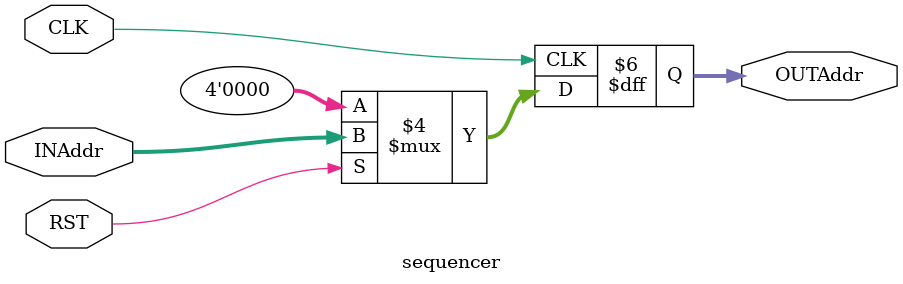
<source format=v>
module seq16x9(RESET,in_Mx,in_My,Prod,CLK);

//Multiplier and multiplicand inputs to be stored in Mx and My registers
input [15:0]in_Mx; 
input [8:0]in_My; 
input RESET;
input CLK;			
wire [15:0]Mx; 
wire [8:0]My;

//all control signals
wire load_Mx,load_My,shift_My,clear_Acc,load_Acc,shift_In;	

//intermediate wires
wire [3:0]PrsntState; 
wire [3:0]NextState;
wire [7:0]shiftReg; 
wire [15:0]PP; 
wire [16:0]Acc; 
wire [16:0]Sum; 
wire My_bit, D_out;	

//25 bits final product output
output wire [24:0]Prod;

//Call control table module to initialte all control signals
ControlTable CT(PrsntState,NextState,load_Mx,load_My,shift_My,clear_Acc,load_Acc,shift_In,CLK);
sequencer SEQ(NextState,CLK,RESET,PrsntState);


loadIn INPUT(in_Mx,in_My,load_Mx,load_My,CLK,Mx,My,My_bit,shift_My);
PPGen PPG(Mx,My_bit,PP);
Adder ADD(PP,Acc[16:1],Sum);
Accumulator ACC(Sum,load_Acc,clear_Acc,Acc,D_out,CLK);
 ShiftReg SHIFT_In(shiftReg,shift_In,D_out,CLK,clear_Acc);

assign Prod = {Acc,shiftReg};

endmodule 

module ControlTable(PRSNTSTATE,NEXTSTATE,LOAD_MX,LOAD_MY,SHIFT_MY,CLEAR_ACC,LOAD_ACC,SHIFT_IN,CLK);

input [3:0]PRSNTSTATE;  
input CLK;
output LOAD_MX,LOAD_MY,SHIFT_MY,CLEAR_ACC,LOAD_ACC,SHIFT_IN;
output [3:0] NEXTSTATE;

reg   [9:0]ControlSig;
 
 always @(posedge CLK) 
  begin
   case(PRSNTSTATE)
    4'b0000: ControlSig = 10'b1101000001;
    4'b0001: ControlSig = 10'b0010110010;
    4'b0010: ControlSig = 10'b0010110011;
    4'b0011: ControlSig = 10'b0010110100;
    4'b0100: ControlSig = 10'b0010110101;
    4'b0101: ControlSig = 10'b0010110110;
    4'b0110: ControlSig = 10'b0010110111;
    4'b0111: ControlSig = 10'b0010111000;
    4'b1000: ControlSig = 10'b0010111001;
    4'b1001: ControlSig = 10'b0010111010;
    4'b1010: ControlSig = 10'b0000001010;
    default: ControlSig = 10'b0000000000;
   endcase
  end
 
 assign NEXTSTATE = ControlSig[3:0];
 //assign PRSNTSTATE = ControlSig[3:0];
 assign LOAD_MX = ControlSig[9];
 assign LOAD_MY = ControlSig[8];
 assign SHIFT_MY = ControlSig[7];
 assign CLEAR_ACC = ControlSig[6];
 assign LOAD_ACC = ControlSig[5];
 assign SHIFT_IN = ControlSig[4];

endmodule

module loadIn(IN_MX,IN_MY,LOAD_MX,LOAD_MY,CLK,mx,my,MY_BIT,SFT_MY);

input CLK;
input LOAD_MX,LOAD_MY,SFT_MY;
input wire [15:0]IN_MX; 
input wire [8:0]IN_MY;

output reg [15:0]mx;
output reg [8:0]my;
output MY_BIT;

wire SFT_MY;

always @(posedge CLK) 
  begin
    if (LOAD_MX) 
      begin
        mx <= IN_MX; 
      end
    if (LOAD_MY)
      begin
        my <= IN_MY;
      end
    else 
      if(SFT_MY) 
        begin
          my <= (my>>1);
        end
  end
  assign MY_BIT = my[0];

endmodule

module PPGen(MX,M_BIT,PPOUT);

input [15:0]MX; input M_BIT;
output [15:0]PPOUT;

reg [15:0]PPOUT;

  always @(*)
    begin
      if (M_BIT == 0)
        PPOUT = 0;
      else
        PPOUT = MX;
    end

endmodule

module ShiftReg(SHIFTREG,SFT_IN,D_OUT,CLK,CLR_ACC);

input CLK; 
input SFT_IN, D_OUT,CLR_ACC; 
output reg [7:0]SHIFTREG;

always @(posedge CLK)
  begin
    if (CLR_ACC) 
      begin
        SHIFTREG = 8'd0;
      end
    else 
      if (SFT_IN) 
        begin
          SHIFTREG = {D_OUT,SHIFTREG[7:1]};
        end
  end

endmodule

module Accumulator(IN,LD_ACC,CLR_ACC,ACC,D_OUT,CLK);

input [16:0]IN; 
input LD_ACC, CLR_ACC, CLK;
  
output D_OUT; 
output reg [16:0]ACC; //output reg[7:0]shiftReg;
  
  always @(posedge CLK) 
    begin
      if (CLR_ACC) 
        begin
          ACC <= 17'd0; 
          //shiftReg <= 8'b0;
        end
      else 
        if (LD_ACC) 
          begin
            ACC = IN;
          end
    end
  assign D_OUT = ACC[0];

endmodule

module Adder(IN1,IN2,SUM);

input [15:0]IN1; 
input[15:0]IN2;
output reg [16:0]SUM;
//reg [14:0]w;
//integer i;

always @(*) 
  begin
/*
    for (i= 0; i<=14; i= i+1) 
      begin
        {w[i],Sum[i]} = PP[i] + Acc[i];		//bit by bit behavioural? use for loop
      end
    {Sum[16],Sum[15]} = PP[15]+Acc[15];
*/
    SUM = IN1+IN2;
  end

endmodule

module sequencer(INAddr,CLK,RST,OUTAddr);

input [3:0]INAddr;	//next state from control logic
input CLK,RST;
output reg [3:0]OUTAddr;	//output is present state signal to be fed to control ROM 

always @(negedge CLK) 
  begin
    if (~RST) 
      begin		//RESET is active LOW
        OUTAddr = 4'b0000;
      end
    else
      begin
        OUTAddr = INAddr;
      end
  end

endmodule

</source>
